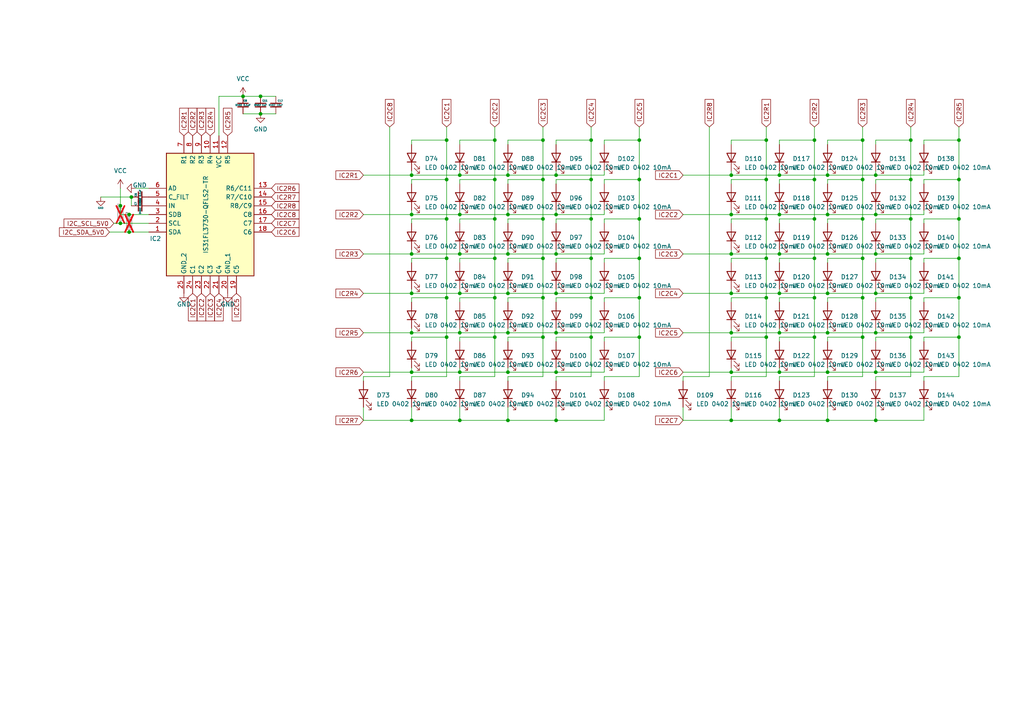
<source format=kicad_sch>
(kicad_sch (version 20231120) (generator "eeschema") (generator_version "8.0")
  (paper "A4")
  (junction (at 240.03 50.8))
  (junction (at 147.32 73.66))
  (junction (at 236.22 74.93))
  (junction (at 34.925 59.69))
  (junction (at 226.06 96.52))
  (junction (at 75.565 27.94))
  (junction (at 254 62.23))
  (junction (at 240.03 85.09))
  (junction (at 161.29 73.66))
  (junction (at 278.13 74.93))
  (junction (at 240.03 121.92))
  (junction (at 236.22 40.64))
  (junction (at 278.13 63.5))
  (junction (at 254 96.52))
  (junction (at 254 73.66))
  (junction (at 226.06 121.92))
  (junction (at 185.42 86.36))
  (junction (at 161.29 107.95))
  (junction (at 264.16 97.79))
  (junction (at 37.465 62.23))
  (junction (at 129.54 74.93))
  (junction (at 185.42 52.07))
  (junction (at 212.09 50.8))
  (junction (at 250.19 86.36))
  (junction (at 133.35 107.95))
  (junction (at 222.25 40.64))
  (junction (at 185.42 63.5))
  (junction (at 226.06 85.09))
  (junction (at 254 107.95))
  (junction (at 157.48 74.93))
  (junction (at 212.09 96.52))
  (junction (at 161.29 85.09))
  (junction (at 226.06 73.66))
  (junction (at 212.09 121.92))
  (junction (at 250.19 52.07))
  (junction (at 254 50.8))
  (junction (at 143.51 97.79))
  (junction (at 254 85.09))
  (junction (at 119.38 121.92))
  (junction (at 250.19 74.93))
  (junction (at 119.38 50.8))
  (junction (at 129.54 97.79))
  (junction (at 278.13 97.79))
  (junction (at 70.485 27.94))
  (junction (at 254 121.92))
  (junction (at 143.51 63.5))
  (junction (at 119.38 96.52))
  (junction (at 129.54 63.5))
  (junction (at 119.38 62.23))
  (junction (at 226.06 62.23))
  (junction (at 119.38 107.95))
  (junction (at 133.35 73.66))
  (junction (at 129.54 40.64))
  (junction (at 157.48 63.5))
  (junction (at 147.32 85.09))
  (junction (at 161.29 50.8))
  (junction (at 147.32 121.92))
  (junction (at 37.465 67.31))
  (junction (at 236.22 86.36))
  (junction (at 185.42 40.64))
  (junction (at 264.16 63.5))
  (junction (at 240.03 107.95))
  (junction (at 157.48 97.79))
  (junction (at 185.42 97.79))
  (junction (at 171.45 52.07))
  (junction (at 133.35 85.09))
  (junction (at 264.16 86.36))
  (junction (at 212.09 107.95))
  (junction (at 147.32 107.95))
  (junction (at 38.1 57.15))
  (junction (at 236.22 97.79))
  (junction (at 240.03 73.66))
  (junction (at 129.54 86.36))
  (junction (at 278.13 86.36))
  (junction (at 236.22 52.07))
  (junction (at 222.25 52.07))
  (junction (at 147.32 62.23))
  (junction (at 133.35 121.92))
  (junction (at 240.03 62.23))
  (junction (at 212.09 73.66))
  (junction (at 157.48 52.07))
  (junction (at 222.25 86.36))
  (junction (at 161.29 96.52))
  (junction (at 185.42 74.93))
  (junction (at 119.38 73.66))
  (junction (at 157.48 86.36))
  (junction (at 143.51 86.36))
  (junction (at 171.45 63.5))
  (junction (at 222.25 63.5))
  (junction (at 129.54 52.07))
  (junction (at 171.45 74.93))
  (junction (at 171.45 97.79))
  (junction (at 161.29 121.92))
  (junction (at 264.16 40.64))
  (junction (at 147.32 50.8))
  (junction (at 119.38 85.09))
  (junction (at 143.51 74.93))
  (junction (at 250.19 63.5))
  (junction (at 222.25 74.93))
  (junction (at 236.22 63.5))
  (junction (at 212.09 85.09))
  (junction (at 75.565 33.02))
  (junction (at 133.35 50.8))
  (junction (at 250.19 97.79))
  (junction (at 34.925 64.77))
  (junction (at 147.32 96.52))
  (junction (at 264.16 52.07))
  (junction (at 143.51 52.07))
  (junction (at 171.45 86.36))
  (junction (at 143.51 40.64))
  (junction (at 133.35 96.52))
  (junction (at 264.16 74.93))
  (junction (at 226.06 107.95))
  (junction (at 161.29 62.23))
  (junction (at 278.13 40.64))
  (junction (at 226.06 50.8))
  (junction (at 278.13 52.07))
  (junction (at 222.25 97.79))
  (junction (at 240.03 96.52))
  (junction (at 212.09 62.23))
  (junction (at 250.19 40.64))
  (junction (at 157.48 40.64))
  (junction (at 171.45 40.64))
  (junction (at 133.35 62.23))
  (wire (pts (xy 212.09 83.82) (xy 212.09 85.09)))
  (wire (pts (xy 226.06 86.36) (xy 236.22 86.36)))
  (wire (pts (xy 119.38 73.66) (xy 133.35 73.66)))
  (wire (pts (xy 133.35 85.09) (xy 147.32 85.09)))
  (wire (pts (xy 226.06 41.91) (xy 226.06 40.64)))
  (wire (pts (xy 161.29 107.95) (xy 175.26 107.95)))
  (wire (pts (xy 147.32 50.8) (xy 161.29 50.8)))
  (wire (pts (xy 147.32 96.52) (xy 161.29 96.52)))
  (wire (pts (xy 250.19 63.5) (xy 250.19 74.93)))
  (wire (pts (xy 133.35 53.34) (xy 133.35 52.07)))
  (wire (pts (xy 161.29 64.77) (xy 161.29 63.5)))
  (wire (pts (xy 157.48 63.5) (xy 157.48 74.93)))
  (wire (pts (xy 267.97 64.77) (xy 267.97 63.5)))
  (wire (pts (xy 34.925 54.61) (xy 34.925 59.69)))
  (wire (pts (xy 236.22 63.5) (xy 236.22 74.93)))
  (wire (pts (xy 171.45 97.79) (xy 171.45 109.22)))
  (wire (pts (xy 119.38 62.23) (xy 133.35 62.23)))
  (wire (pts (xy 119.38 86.36) (xy 129.54 86.36)))
  (wire (pts (xy 147.32 76.2) (xy 147.32 74.93)))
  (wire (pts (xy 119.38 121.92) (xy 133.35 121.92)))
  (wire (pts (xy 161.29 41.91) (xy 161.29 40.64)))
  (wire (pts (xy 147.32 73.66) (xy 161.29 73.66)))
  (wire (pts (xy 175.26 118.11) (xy 175.26 121.92)))
  (wire (pts (xy 133.35 97.79) (xy 143.51 97.79)))
  (wire (pts (xy 119.38 72.39) (xy 119.38 73.66)))
  (wire (pts (xy 222.25 97.79) (xy 222.25 109.22)))
  (wire (pts (xy 147.32 106.68) (xy 147.32 107.95)))
  (wire (pts (xy 143.51 97.79) (xy 143.51 109.22)))
  (wire (pts (xy 240.03 40.64) (xy 250.19 40.64)))
  (wire (pts (xy 185.42 52.07) (xy 185.42 40.64)))
  (wire (pts (xy 185.42 74.93) (xy 185.42 63.5)))
  (wire (pts (xy 254 60.96) (xy 254 62.23)))
  (wire (pts (xy 212.09 50.8) (xy 226.06 50.8)))
  (wire (pts (xy 250.19 40.64) (xy 250.19 52.07)))
  (wire (pts (xy 267.97 109.22) (xy 278.13 109.22)))
  (wire (pts (xy 212.09 62.23) (xy 226.06 62.23)))
  (wire (pts (xy 161.29 83.82) (xy 161.29 85.09)))
  (wire (pts (xy 212.09 63.5) (xy 222.25 63.5)))
  (wire (pts (xy 267.97 52.07) (xy 278.13 52.07)))
  (wire (pts (xy 185.42 40.64) (xy 185.42 36.83)))
  (wire (pts (xy 254 106.68) (xy 254 107.95)))
  (wire (pts (xy 175.26 41.91) (xy 175.26 40.64)))
  (wire (pts (xy 161.29 63.5) (xy 171.45 63.5)))
  (wire (pts (xy 63.5 39.37) (xy 63.5 27.94)))
  (wire (pts (xy 161.29 87.63) (xy 161.29 86.36)))
  (wire (pts (xy 133.35 73.66) (xy 147.32 73.66)))
  (wire (pts (xy 198.12 50.8) (xy 212.09 50.8)))
  (wire (pts (xy 226.06 106.68) (xy 226.06 107.95)))
  (wire (pts (xy 175.26 107.95) (xy 175.26 106.68)))
  (wire (pts (xy 147.32 95.25) (xy 147.32 96.52)))
  (wire (pts (xy 236.22 40.64) (xy 236.22 52.07)))
  (wire (pts (xy 212.09 86.36) (xy 222.25 86.36)))
  (wire (pts (xy 254 107.95) (xy 267.97 107.95)))
  (wire (pts (xy 133.35 107.95) (xy 147.32 107.95)))
  (wire (pts (xy 212.09 97.79) (xy 222.25 97.79)))
  (wire (pts (xy 157.48 40.64) (xy 157.48 52.07)))
  (wire (pts (xy 226.06 83.82) (xy 226.06 85.09)))
  (wire (pts (xy 226.06 63.5) (xy 236.22 63.5)))
  (wire (pts (xy 205.74 36.83) (xy 205.74 109.22)))
  (wire (pts (xy 31.75 67.31) (xy 37.465 67.31)))
  (wire (pts (xy 254 86.36) (xy 264.16 86.36)))
  (wire (pts (xy 129.54 109.22) (xy 119.38 109.22)))
  (wire (pts (xy 198.12 109.22) (xy 198.12 110.49)))
  (wire (pts (xy 37.465 62.23) (xy 43.18 62.23)))
  (wire (pts (xy 240.03 86.36) (xy 250.19 86.36)))
  (wire (pts (xy 278.13 109.22) (xy 278.13 97.79)))
  (wire (pts (xy 254 52.07) (xy 264.16 52.07)))
  (wire (pts (xy 161.29 72.39) (xy 161.29 73.66)))
  (wire (pts (xy 267.97 63.5) (xy 278.13 63.5)))
  (wire (pts (xy 212.09 76.2) (xy 212.09 74.93)))
  (wire (pts (xy 147.32 118.11) (xy 147.32 121.92)))
  (wire (pts (xy 133.35 95.25) (xy 133.35 96.52)))
  (wire (pts (xy 254 63.5) (xy 264.16 63.5)))
  (wire (pts (xy 264.16 63.5) (xy 264.16 74.93)))
  (wire (pts (xy 240.03 76.2) (xy 240.03 74.93)))
  (wire (pts (xy 175.26 52.07) (xy 185.42 52.07)))
  (wire (pts (xy 267.97 107.95) (xy 267.97 106.68)))
  (wire (pts (xy 212.09 121.92) (xy 226.06 121.92)))
  (wire (pts (xy 264.16 86.36) (xy 264.16 97.79)))
  (wire (pts (xy 198.12 62.23) (xy 212.09 62.23)))
  (wire (pts (xy 212.09 107.95) (xy 226.06 107.95)))
  (wire (pts (xy 254 64.77) (xy 254 63.5)))
  (wire (pts (xy 236.22 52.07) (xy 236.22 63.5)))
  (wire (pts (xy 240.03 99.06) (xy 240.03 97.79)))
  (wire (pts (xy 212.09 87.63) (xy 212.09 86.36)))
  (wire (pts (xy 240.03 85.09) (xy 254 85.09)))
  (wire (pts (xy 147.32 83.82) (xy 147.32 85.09)))
  (wire (pts (xy 240.03 52.07) (xy 250.19 52.07)))
  (wire (pts (xy 198.12 96.52) (xy 212.09 96.52)))
  (wire (pts (xy 267.97 97.79) (xy 278.13 97.79)))
  (wire (pts (xy 143.51 36.83) (xy 143.51 40.64)))
  (wire (pts (xy 119.38 95.25) (xy 119.38 96.52)))
  (wire (pts (xy 119.38 96.52) (xy 133.35 96.52)))
  (wire (pts (xy 119.38 99.06) (xy 119.38 97.79)))
  (wire (pts (xy 226.06 107.95) (xy 240.03 107.95)))
  (wire (pts (xy 133.35 60.96) (xy 133.35 62.23)))
  (wire (pts (xy 147.32 85.09) (xy 161.29 85.09)))
  (wire (pts (xy 264.16 109.22) (xy 254 109.22)))
  (wire (pts (xy 147.32 86.36) (xy 157.48 86.36)))
  (wire (pts (xy 157.48 74.93) (xy 157.48 86.36)))
  (wire (pts (xy 143.51 86.36) (xy 143.51 97.79)))
  (wire (pts (xy 171.45 52.07) (xy 171.45 63.5)))
  (wire (pts (xy 105.41 85.09) (xy 119.38 85.09)))
  (wire (pts (xy 226.06 73.66) (xy 240.03 73.66)))
  (wire (pts (xy 278.13 97.79) (xy 278.13 86.36)))
  (wire (pts (xy 161.29 60.96) (xy 161.29 62.23)))
  (wire (pts (xy 267.97 99.06) (xy 267.97 97.79)))
  (wire (pts (xy 254 40.64) (xy 264.16 40.64)))
  (wire (pts (xy 226.06 40.64) (xy 236.22 40.64)))
  (wire (pts (xy 171.45 109.22) (xy 161.29 109.22)))
  (wire (pts (xy 198.12 73.66) (xy 212.09 73.66)))
  (wire (pts (xy 222.25 109.22) (xy 212.09 109.22)))
  (wire (pts (xy 37.465 67.31) (xy 43.18 67.31)))
  (wire (pts (xy 133.35 106.68) (xy 133.35 107.95)))
  (wire (pts (xy 212.09 96.52) (xy 226.06 96.52)))
  (wire (pts (xy 212.09 53.34) (xy 212.09 52.07)))
  (wire (pts (xy 175.26 63.5) (xy 185.42 63.5)))
  (wire (pts (xy 267.97 74.93) (xy 278.13 74.93)))
  (wire (pts (xy 212.09 106.68) (xy 212.09 107.95)))
  (wire (pts (xy 147.32 60.96) (xy 147.32 62.23)))
  (wire (pts (xy 240.03 53.34) (xy 240.03 52.07)))
  (wire (pts (xy 264.16 40.64) (xy 264.16 52.07)))
  (wire (pts (xy 147.32 63.5) (xy 157.48 63.5)))
  (wire (pts (xy 212.09 74.93) (xy 222.25 74.93)))
  (wire (pts (xy 147.32 87.63) (xy 147.32 86.36)))
  (wire (pts (xy 267.97 118.11) (xy 267.97 121.92)))
  (wire (pts (xy 34.925 64.77) (xy 43.18 64.77)))
  (wire (pts (xy 105.41 109.22) (xy 105.41 110.49)))
  (wire (pts (xy 161.29 96.52) (xy 175.26 96.52)))
  (wire (pts (xy 175.26 86.36) (xy 185.42 86.36)))
  (wire (pts (xy 75.565 33.02) (xy 70.485 33.02)))
  (wire (pts (xy 267.97 96.52) (xy 267.97 95.25)))
  (wire (pts (xy 147.32 40.64) (xy 157.48 40.64)))
  (wire (pts (xy 133.35 118.11) (xy 133.35 121.92)))
  (wire (pts (xy 240.03 97.79) (xy 250.19 97.79)))
  (wire (pts (xy 133.35 64.77) (xy 133.35 63.5)))
  (wire (pts (xy 226.06 64.77) (xy 226.06 63.5)))
  (wire (pts (xy 161.29 95.25) (xy 161.29 96.52)))
  (wire (pts (xy 250.19 74.93) (xy 250.19 86.36)))
  (wire (pts (xy 133.35 62.23) (xy 147.32 62.23)))
  (wire (pts (xy 175.26 62.23) (xy 175.26 60.96)))
  (wire (pts (xy 254 109.22) (xy 254 110.49)))
  (wire (pts (xy 133.35 83.82) (xy 133.35 85.09)))
  (wire (pts (xy 157.48 52.07) (xy 157.48 63.5)))
  (wire (pts (xy 147.32 64.77) (xy 147.32 63.5)))
  (wire (pts (xy 240.03 83.82) (xy 240.03 85.09)))
  (wire (pts (xy 161.29 76.2) (xy 161.29 74.93)))
  (wire (pts (xy 157.48 86.36) (xy 157.48 97.79)))
  (wire (pts (xy 171.45 74.93) (xy 171.45 86.36)))
  (wire (pts (xy 236.22 97.79) (xy 236.22 109.22)))
  (wire (pts (xy 240.03 73.66) (xy 254 73.66)))
  (wire (pts (xy 240.03 106.68) (xy 240.03 107.95)))
  (wire (pts (xy 240.03 60.96) (xy 240.03 62.23)))
  (wire (pts (xy 129.54 36.83) (xy 129.54 40.64)))
  (wire (pts (xy 226.06 62.23) (xy 240.03 62.23)))
  (wire (pts (xy 185.42 86.36) (xy 185.42 74.93)))
  (wire (pts (xy 240.03 62.23) (xy 254 62.23)))
  (wire (pts (xy 129.54 63.5) (xy 129.54 74.93)))
  (wire (pts (xy 236.22 74.93) (xy 236.22 86.36)))
  (wire (pts (xy 198.12 85.09) (xy 212.09 85.09)))
  (wire (pts (xy 161.29 85.09) (xy 175.26 85.09)))
  (wire (pts (xy 161.29 53.34) (xy 161.29 52.07)))
  (wire (pts (xy 250.19 52.07) (xy 250.19 63.5)))
  (wire (pts (xy 119.38 60.96) (xy 119.38 62.23)))
  (wire (pts (xy 147.32 121.92) (xy 161.29 121.92)))
  (wire (pts (xy 240.03 72.39) (xy 240.03 73.66)))
  (wire (pts (xy 143.51 74.93) (xy 143.51 86.36)))
  (wire (pts (xy 161.29 49.53) (xy 161.29 50.8)))
  (wire (pts (xy 119.38 76.2) (xy 119.38 74.93)))
  (wire (pts (xy 226.06 87.63) (xy 226.06 86.36)))
  (wire (pts (xy 105.41 121.92) (xy 105.41 118.11)))
  (wire (pts (xy 240.03 63.5) (xy 250.19 63.5)))
  (wire (pts (xy 236.22 86.36) (xy 236.22 97.79)))
  (wire (pts (xy 161.29 106.68) (xy 161.29 107.95)))
  (wire (pts (xy 226.06 97.79) (xy 236.22 97.79)))
  (wire (pts (xy 133.35 96.52) (xy 147.32 96.52)))
  (wire (pts (xy 143.51 40.64) (xy 143.51 52.07)))
  (wire (pts (xy 119.38 63.5) (xy 129.54 63.5)))
  (wire (pts (xy 38.1 57.15) (xy 29.21 57.15)))
  (wire (pts (xy 119.38 40.64) (xy 129.54 40.64)))
  (wire (pts (xy 133.35 41.91) (xy 133.35 40.64)))
  (wire (pts (xy 113.03 109.22) (xy 105.41 109.22)))
  (wire (pts (xy 105.41 73.66) (xy 119.38 73.66)))
  (wire (pts (xy 226.06 49.53) (xy 226.06 50.8)))
  (wire (pts (xy 147.32 99.06) (xy 147.32 97.79)))
  (wire (pts (xy 147.32 49.53) (xy 147.32 50.8)))
  (wire (pts (xy 264.16 36.83) (xy 264.16 40.64)))
  (wire (pts (xy 250.19 86.36) (xy 250.19 97.79)))
  (wire (pts (xy 161.29 52.07) (xy 171.45 52.07)))
  (wire (pts (xy 240.03 109.22) (xy 240.03 110.49)))
  (wire (pts (xy 226.06 109.22) (xy 226.06 110.49)))
  (wire (pts (xy 105.41 96.52) (xy 119.38 96.52)))
  (wire (pts (xy 254 87.63) (xy 254 86.36)))
  (wire (pts (xy 119.38 41.91) (xy 119.38 40.64)))
  (wire (pts (xy 185.42 63.5) (xy 185.42 52.07)))
  (wire (pts (xy 161.29 121.92) (xy 175.26 121.92)))
  (wire (pts (xy 226.06 96.52) (xy 240.03 96.52)))
  (wire (pts (xy 226.06 76.2) (xy 226.06 74.93)))
  (wire (pts (xy 119.38 83.82) (xy 119.38 85.09)))
  (wire (pts (xy 133.35 52.07) (xy 143.51 52.07)))
  (wire (pts (xy 133.35 109.22) (xy 133.35 110.49)))
  (wire (pts (xy 161.29 86.36) (xy 171.45 86.36)))
  (wire (pts (xy 133.35 63.5) (xy 143.51 63.5)))
  (wire (pts (xy 175.26 85.09) (xy 175.26 83.82)))
  (wire (pts (xy 267.97 86.36) (xy 278.13 86.36)))
  (wire (pts (xy 39.37 54.61) (xy 43.18 54.61)))
  (wire (pts (xy 226.06 52.07) (xy 236.22 52.07)))
  (wire (pts (xy 175.26 109.22) (xy 185.42 109.22)))
  (wire (pts (xy 212.09 85.09) (xy 226.06 85.09)))
  (wire (pts (xy 254 53.34) (xy 254 52.07)))
  (wire (pts (xy 226.06 99.06) (xy 226.06 97.79)))
  (wire (pts (xy 143.51 109.22) (xy 133.35 109.22)))
  (wire (pts (xy 212.09 41.91) (xy 212.09 40.64)))
  (wire (pts (xy 267.97 73.66) (xy 267.97 72.39)))
  (wire (pts (xy 267.97 87.63) (xy 267.97 86.36)))
  (wire (pts (xy 254 50.8) (xy 267.97 50.8)))
  (wire (pts (xy 267.97 53.34) (xy 267.97 52.07)))
  (wire (pts (xy 161.29 50.8) (xy 175.26 50.8)))
  (wire (pts (xy 175.26 97.79) (xy 185.42 97.79)))
  (wire (pts (xy 171.45 86.36) (xy 171.45 97.79)))
  (wire (pts (xy 175.26 50.8) (xy 175.26 49.53)))
  (wire (pts (xy 133.35 121.92) (xy 147.32 121.92)))
  (wire (pts (xy 34.925 59.69) (xy 34.925 62.23)))
  (wire (pts (xy 226.06 74.93) (xy 236.22 74.93)))
  (wire (pts (xy 119.38 50.8) (xy 133.35 50.8)))
  (wire (pts (xy 222.25 40.64) (xy 222.25 52.07)))
  (wire (pts (xy 119.38 64.77) (xy 119.38 63.5)))
  (wire (pts (xy 278.13 52.07) (xy 278.13 40.64)))
  (wire (pts (xy 119.38 107.95) (xy 133.35 107.95)))
  (wire (pts (xy 240.03 121.92) (xy 254 121.92)))
  (wire (pts (xy 212.09 95.25) (xy 212.09 96.52)))
  (wire (pts (xy 175.26 73.66) (xy 175.26 72.39)))
  (wire (pts (xy 161.29 97.79) (xy 171.45 97.79)))
  (wire (pts (xy 119.38 109.22) (xy 119.38 110.49)))
  (wire (pts (xy 147.32 107.95) (xy 161.29 107.95)))
  (wire (pts (xy 278.13 40.64) (xy 278.13 36.83)))
  (wire (pts (xy 267.97 85.09) (xy 267.97 83.82)))
  (wire (pts (xy 226.06 53.34) (xy 226.06 52.07)))
  (wire (pts (xy 157.48 109.22) (xy 147.32 109.22)))
  (wire (pts (xy 212.09 73.66) (xy 226.06 73.66)))
  (wire (pts (xy 254 83.82) (xy 254 85.09)))
  (wire (pts (xy 147.32 74.93) (xy 157.48 74.93)))
  (wire (pts (xy 119.38 106.68) (xy 119.38 107.95)))
  (wire (pts (xy 278.13 63.5) (xy 278.13 52.07)))
  (wire (pts (xy 147.32 53.34) (xy 147.32 52.07)))
  (wire (pts (xy 119.38 87.63) (xy 119.38 86.36)))
  (wire (pts (xy 254 99.06) (xy 254 97.79)))
  (wire (pts (xy 254 85.09) (xy 267.97 85.09)))
  (wire (pts (xy 212.09 49.53) (xy 212.09 50.8)))
  (wire (pts (xy 236.22 36.83) (xy 236.22 40.64)))
  (wire (pts (xy 254 96.52) (xy 267.97 96.52)))
  (wire (pts (xy 143.51 63.5) (xy 143.51 74.93)))
  (wire (pts (xy 171.45 36.83) (xy 171.45 40.64)))
  (wire (pts (xy 254 121.92) (xy 267.97 121.92)))
  (wire (pts (xy 175.26 76.2) (xy 175.26 74.93)))
  (wire (pts (xy 105.41 62.23) (xy 119.38 62.23)))
  (wire (pts (xy 264.16 52.07) (xy 264.16 63.5)))
  (wire (pts (xy 147.32 97.79) (xy 157.48 97.79)))
  (wire (pts (xy 278.13 86.36) (xy 278.13 74.93)))
  (wire (pts (xy 80.01 33.02) (xy 75.565 33.02)))
  (wire (pts (xy 161.29 99.06) (xy 161.29 97.79)))
  (wire (pts (xy 226.06 50.8) (xy 240.03 50.8)))
  (wire (pts (xy 147.32 72.39) (xy 147.32 73.66)))
  (wire (pts (xy 175.26 40.64) (xy 185.42 40.64)))
  (wire (pts (xy 171.45 63.5) (xy 171.45 74.93)))
  (wire (pts (xy 240.03 74.93) (xy 250.19 74.93)))
  (wire (pts (xy 226.06 72.39) (xy 226.06 73.66)))
  (wire (pts (xy 254 74.93) (xy 264.16 74.93)))
  (wire (pts (xy 264.16 74.93) (xy 264.16 86.36)))
  (wire (pts (xy 212.09 40.64) (xy 222.25 40.64)))
  (wire (pts (xy 198.12 107.95) (xy 212.09 107.95)))
  (wire (pts (xy 129.54 52.07) (xy 129.54 63.5)))
  (wire (pts (xy 133.35 40.64) (xy 143.51 40.64)))
  (wire (pts (xy 157.48 36.83) (xy 157.48 40.64)))
  (wire (pts (xy 267.97 62.23) (xy 267.97 60.96)))
  (wire (pts (xy 175.26 96.52) (xy 175.26 95.25)))
  (wire (pts (xy 185.42 109.22) (xy 185.42 97.79)))
  (wire (pts (xy 240.03 95.25) (xy 240.03 96.52)))
  (wire (pts (xy 133.35 76.2) (xy 133.35 74.93)))
  (wire (pts (xy 38.1 57.15) (xy 38.1 59.69)))
  (wire (pts (xy 80.01 27.94) (xy 75.565 27.94)))
  (wire (pts (xy 119.38 85.09) (xy 133.35 85.09)))
  (wire (pts (xy 267.97 50.8) (xy 267.97 49.53)))
  (wire (pts (xy 119.38 49.53) (xy 119.38 50.8)))
  (wire (pts (xy 222.25 52.07) (xy 222.25 63.5)))
  (wire (pts (xy 226.06 121.92) (xy 240.03 121.92)))
  (wire (pts (xy 240.03 118.11) (xy 240.03 121.92)))
  (wire (pts (xy 222.25 63.5) (xy 222.25 74.93)))
  (wire (pts (xy 254 41.91) (xy 254 40.64)))
  (wire (pts (xy 157.48 97.79) (xy 157.48 109.22)))
  (wire (pts (xy 254 62.23) (xy 267.97 62.23)))
  (wire (pts (xy 205.74 109.22) (xy 198.12 109.22)))
  (wire (pts (xy 264.16 97.79) (xy 264.16 109.22)))
  (wire (pts (xy 161.29 109.22) (xy 161.29 110.49)))
  (wire (pts (xy 129.54 86.36) (xy 129.54 97.79)))
  (wire (pts (xy 240.03 50.8) (xy 254 50.8)))
  (wire (pts (xy 133.35 49.53) (xy 133.35 50.8)))
  (wire (pts (xy 222.25 74.93) (xy 222.25 86.36)))
  (wire (pts (xy 267.97 41.91) (xy 267.97 40.64)))
  (wire (pts (xy 175.26 53.34) (xy 175.26 52.07)))
  (wire (pts (xy 267.97 76.2) (xy 267.97 74.93)))
  (wire (pts (xy 143.51 52.07) (xy 143.51 63.5)))
  (wire (pts (xy 254 95.25) (xy 254 96.52)))
  (wire (pts (xy 226.06 118.11) (xy 226.06 121.92)))
  (wire (pts (xy 147.32 52.07) (xy 157.48 52.07)))
  (wire (pts (xy 250.19 97.79) (xy 250.19 109.22)))
  (wire (pts (xy 119.38 97.79) (xy 129.54 97.79)))
  (wire (pts (xy 254 73.66) (xy 267.97 73.66)))
  (wire (pts (xy 119.38 74.93) (xy 129.54 74.93)))
  (wire (pts (xy 119.38 118.11) (xy 119.38 121.92)))
  (wire (pts (xy 212.09 109.22) (xy 212.09 110.49)))
  (wire (pts (xy 198.12 121.92) (xy 212.09 121.92)))
  (wire (pts (xy 222.25 86.36) (xy 222.25 97.79)))
  (wire (pts (xy 278.13 74.93) (xy 278.13 63.5)))
  (wire (pts (xy 129.54 74.93) (xy 129.54 86.36)))
  (wire (pts (xy 129.54 97.79) (xy 129.54 109.22)))
  (wire (pts (xy 240.03 64.77) (xy 240.03 63.5)))
  (wire (pts (xy 33.02 64.77) (xy 34.925 64.77)))
  (wire (pts (xy 185.42 97.79) (xy 185.42 86.36)))
  (wire (pts (xy 129.54 40.64) (xy 129.54 52.07)))
  (wire (pts (xy 161.29 74.93) (xy 171.45 74.93)))
  (wire (pts (xy 212.09 72.39) (xy 212.09 73.66)))
  (wire (pts (xy 105.41 107.95) (xy 119.38 107.95)))
  (wire (pts (xy 133.35 72.39) (xy 133.35 73.66)))
  (wire (pts (xy 236.22 109.22) (xy 226.06 109.22)))
  (wire (pts (xy 147.32 62.23) (xy 161.29 62.23)))
  (wire (pts (xy 105.41 121.92) (xy 119.38 121.92)))
  (wire (pts (xy 119.38 53.34) (xy 119.38 52.07)))
  (wire (pts (xy 147.32 41.91) (xy 147.32 40.64)))
  (wire (pts (xy 267.97 40.64) (xy 278.13 40.64)))
  (wire (pts (xy 240.03 49.53) (xy 240.03 50.8)))
  (wire (pts (xy 254 97.79) (xy 264.16 97.79)))
  (wire (pts (xy 175.26 87.63) (xy 175.26 86.36)))
  (wire (pts (xy 212.09 60.96) (xy 212.09 62.23)))
  (wire (pts (xy 226.06 85.09) (xy 240.03 85.09)))
  (wire (pts (xy 147.32 109.22) (xy 147.32 110.49)))
  (wire (pts (xy 240.03 87.63) (xy 240.03 86.36)))
  (wire (pts (xy 254 72.39) (xy 254 73.66)))
  (wire (pts (xy 70.485 27.94) (xy 63.5 27.94)))
  (wire (pts (xy 254 76.2) (xy 254 74.93)))
  (wire (pts (xy 161.29 40.64) (xy 171.45 40.64)))
  (wire (pts (xy 161.29 73.66) (xy 175.26 73.66)))
  (wire (pts (xy 212.09 118.11) (xy 212.09 121.92)))
  (wire (pts (xy 212.09 52.07) (xy 222.25 52.07)))
  (wire (pts (xy 240.03 96.52) (xy 254 96.52)))
  (wire (pts (xy 198.12 121.92) (xy 198.12 118.11)))
  (wire (pts (xy 171.45 40.64) (xy 171.45 52.07)))
  (wire (pts (xy 34.925 62.23) (xy 37.465 62.23)))
  (wire (pts (xy 161.29 118.11) (xy 161.29 121.92)))
  (wire (pts (xy 175.26 109.22) (xy 175.26 110.49)))
  (wire (pts (xy 240.03 41.91) (xy 240.03 40.64)))
  (wire (pts (xy 212.09 99.06) (xy 212.09 97.79)))
  (wire (pts (xy 250.19 36.83) (xy 250.19 40.64)))
  (wire (pts (xy 212.09 64.77) (xy 212.09 63.5)))
  (wire (pts (xy 133.35 50.8) (xy 147.32 50.8)))
  (wire (pts (xy 119.38 52.07) (xy 129.54 52.07)))
  (wire (pts (xy 250.19 109.22) (xy 240.03 109.22)))
  (wire (pts (xy 254 118.11) (xy 254 121.92)))
  (wire (pts (xy 175.26 64.77) (xy 175.26 63.5)))
  (wire (pts (xy 105.41 50.8) (xy 119.38 50.8)))
  (wire (pts (xy 75.565 27.94) (xy 70.485 27.94)))
  (wire (pts (xy 161.29 62.23) (xy 175.26 62.23)))
  (wire (pts (xy 133.35 87.63) (xy 133.35 86.36)))
  (wire (pts (xy 133.35 74.93) (xy 143.51 74.93)))
  (wire (pts (xy 254 49.53) (xy 254 50.8)))
  (wire (pts (xy 267.97 109.22) (xy 267.97 110.49)))
  (wire (pts (xy 226.06 95.25) (xy 226.06 96.52)))
  (wire (pts (xy 113.03 36.83) (xy 113.03 109.22)))
  (wire (pts (xy 240.03 107.95) (xy 254 107.95)))
  (wire (pts (xy 222.25 36.83) (xy 222.25 40.64)))
  (wire (pts (xy 133.35 99.06) (xy 133.35 97.79)))
  (wire (pts (xy 175.26 99.06) (xy 175.26 97.79)))
  (wire (pts (xy 133.35 86.36) (xy 143.51 86.36)))
  (wire (pts (xy 226.06 60.96) (xy 226.06 62.23)))
  (wire (pts (xy 175.26 74.93) (xy 185.42 74.93)))
  (global_label "IC2R4" (shape input) (at 105.41 85.09 180) (property "Intersheetrefs" "${INTERSHEET_REFS}" (effects (hide yes))))
  (global_label "IC2R3" (shape input) (at 58.42 39.37 90) (property "Intersheetrefs" "${INTERSHEET_REFS}" (effects (hide yes))))
  (global_label "IC2R4" (shape input) (at 60.96 39.37 90) (property "Intersheetrefs" "${INTERSHEET_REFS}" (effects (hide yes))))
  (global_label "IC2R2" (shape input) (at 105.41 62.23 180) (property "Intersheetrefs" "${INTERSHEET_REFS}" (effects (hide yes))))
  (global_label "I2C_SCL_5V0" (shape input) (at 33.02 64.77 180) (property "Intersheetrefs" "${INTERSHEET_REFS}" (effects (hide yes))))
  (global_label "IC2R5" (shape input) (at 66.04 39.37 90) (property "Intersheetrefs" "${INTERSHEET_REFS}" (effects (hide yes))))
  (global_label "IC2C4" (shape input) (at 63.5 85.09 270) (property "Intersheetrefs" "${INTERSHEET_REFS}" (effects (hide yes))))
  (global_label "IC2C7" (shape input) (at 198.12 121.92 180) (property "Intersheetrefs" "${INTERSHEET_REFS}" (effects (hide yes))))
  (global_label "IC2R7" (shape input) (at 78.74 57.15 0) (property "Intersheetrefs" "${INTERSHEET_REFS}" (effects (hide yes))))
  (global_label "IC2C3" (shape input) (at 198.12 73.66 180) (property "Intersheetrefs" "${INTERSHEET_REFS}" (effects (hide yes))))
  (global_label "IC2R6" (shape input) (at 78.74 54.61 0) (property "Intersheetrefs" "${INTERSHEET_REFS}" (effects (hide yes))))
  (global_label "IC2C6" (shape input) (at 78.74 67.31 0) (property "Intersheetrefs" "${INTERSHEET_REFS}" (effects (hide yes))))
  (global_label "IC2C3" (shape input) (at 60.96 85.09 270) (property "Intersheetrefs" "${INTERSHEET_REFS}" (effects (hide yes))))
  (global_label "I2C_SDA_5V0" (shape input) (at 31.75 67.31 180) (property "Intersheetrefs" "${INTERSHEET_REFS}" (effects (hide yes))))
  (global_label "IC2C2" (shape input) (at 58.42 85.09 270) (property "Intersheetrefs" "${INTERSHEET_REFS}" (effects (hide yes))))
  (global_label "IC2R8" (shape input) (at 205.74 36.83 90) (property "Intersheetrefs" "${INTERSHEET_REFS}" (effects (hide yes))))
  (global_label "IC2C8" (shape input) (at 113.03 36.83 90) (property "Intersheetrefs" "${INTERSHEET_REFS}" (effects (hide yes))))
  (global_label "IC2C3" (shape input) (at 157.48 36.83 90) (property "Intersheetrefs" "${INTERSHEET_REFS}" (effects (hide yes))))
  (global_label "IC2C2" (shape input) (at 143.51 36.83 90) (property "Intersheetrefs" "${INTERSHEET_REFS}" (effects (hide yes))))
  (global_label "IC2C2" (shape input) (at 198.12 62.23 180) (property "Intersheetrefs" "${INTERSHEET_REFS}" (effects (hide yes))))
  (global_label "IC2C5" (shape input) (at 68.58 85.09 270) (property "Intersheetrefs" "${INTERSHEET_REFS}" (effects (hide yes))))
  (global_label "IC2R5" (shape input) (at 278.13 36.83 90) (property "Intersheetrefs" "${INTERSHEET_REFS}" (effects (hide yes))))
  (global_label "IC2C5" (shape input) (at 198.12 96.52 180) (property "Intersheetrefs" "${INTERSHEET_REFS}" (effects (hide yes))))
  (global_label "IC2R4" (shape input) (at 264.16 36.83 90) (property "Intersheetrefs" "${INTERSHEET_REFS}" (effects (hide yes))))
  (global_label "IC2C4" (shape input) (at 198.12 85.09 180) (property "Intersheetrefs" "${INTERSHEET_REFS}" (effects (hide yes))))
  (global_label "IC2C8" (shape input) (at 78.74 62.23 0) (property "Intersheetrefs" "${INTERSHEET_REFS}" (effects (hide yes))))
  (global_label "IC2C1" (shape input) (at 55.88 85.09 270) (property "Intersheetrefs" "${INTERSHEET_REFS}" (effects (hide yes))))
  (global_label "IC2R1" (shape input) (at 222.25 36.83 90) (property "Intersheetrefs" "${INTERSHEET_REFS}" (effects (hide yes))))
  (global_label "IC2C1" (shape input) (at 129.54 36.83 90) (property "Intersheetrefs" "${INTERSHEET_REFS}" (effects (hide yes))))
  (global_label "IC2C1" (shape input) (at 198.12 50.8 180) (property "Intersheetrefs" "${INTERSHEET_REFS}" (effects (hide yes))))
  (global_label "IC2R8" (shape input) (at 78.74 59.69 0) (property "Intersheetrefs" "${INTERSHEET_REFS}" (effects (hide yes))))
  (global_label "IC2C4" (shape input) (at 171.45 36.83 90) (property "Intersheetrefs" "${INTERSHEET_REFS}" (effects (hide yes))))
  (global_label "IC2R6" (shape input) (at 105.41 107.95 180) (property "Intersheetrefs" "${INTERSHEET_REFS}" (effects (hide yes))))
  (global_label "IC2R2" (shape input) (at 236.22 36.83 90) (property "Intersheetrefs" "${INTERSHEET_REFS}" (effects (hide yes))))
  (global_label "IC2R3" (shape input) (at 250.19 36.83 90) (property "Intersheetrefs" "${INTERSHEET_REFS}" (effects (hide yes))))
  (global_label "IC2R5" (shape input) (at 105.41 96.52 180) (property "Intersheetrefs" "${INTERSHEET_REFS}" (effects (hide yes))))
  (global_label "IC2C5" (shape input) (at 185.42 36.83 90) (property "Intersheetrefs" "${INTERSHEET_REFS}" (effects (hide yes))))
  (global_label "IC2R2" (shape input) (at 55.88 39.37 90) (property "Intersheetrefs" "${INTERSHEET_REFS}" (effects (hide yes))))
  (global_label "IC2R3" (shape input) (at 105.41 73.66 180) (property "Intersheetrefs" "${INTERSHEET_REFS}" (effects (hide yes))))
  (global_label "IC2C7" (shape input) (at 78.74 64.77 0) (property "Intersheetrefs" "${INTERSHEET_REFS}" (effects (hide yes))))
  (global_label "IC2R7" (shape input) (at 105.41 121.92 180) (property "Intersheetrefs" "${INTERSHEET_REFS}" (effects (hide yes))))
  (global_label "IC2R1" (shape input) (at 105.41 50.8 180) (property "Intersheetrefs" "${INTERSHEET_REFS}" (effects (hide yes))))
  (global_label "IC2C6" (shape input) (at 198.12 107.95 180) (property "Intersheetrefs" "${INTERSHEET_REFS}" (effects (hide yes))))
  (global_label "IC2R1" (shape input) (at 53.34 39.37 90) (property "Intersheetrefs" "${INTERSHEET_REFS}" (effects (hide yes))))
  (symbol (lib_id "power:GND") (at 66.04 85.09 0) (mirror y) (unit 1)
    (property "Reference" "#PWR012" (effects (hide yes)))
    (property "Value" "GND" (at 66.04 88.265 0))
  )
  (symbol (lib_id "Device:LED") (at 161.29 102.87 90) (unit 1)
    (property "Reference" "D100" (at 165.1 103.1875 90) (effects (justify right)))
    (property "Value" "LED 0402 10mA" (at 165.1 105.7275 90) (effects (justify right)))
    (property "Footprint" "LED_SMD:LED_0402_1005Metric" (effects (hide yes)))
  )
  (symbol (lib_id "Device:LED") (at 133.35 114.3 90) (unit 1)
    (property "Reference" "D87" (at 137.16 114.6175 90) (effects (justify right)))
    (property "Value" "LED 0402 10mA" (at 137.16 117.1575 90) (effects (justify right)))
    (property "Footprint" "LED_SMD:LED_0402_1005Metric" (effects (hide yes)))
  )
  (symbol (lib_id "Device:LED") (at 147.32 102.87 90) (unit 1)
    (property "Reference" "D93" (at 151.13 103.1875 90) (effects (justify right)))
    (property "Value" "LED 0402 10mA" (at 151.13 105.7275 90) (effects (justify right)))
    (property "Footprint" "LED_SMD:LED_0402_1005Metric" (effects (hide yes)))
  )
  (symbol (lib_id "Device:LED") (at 226.06 57.15 90) (unit 1)
    (property "Reference" "D118" (at 229.87 57.4675 90) (effects (justify right)))
    (property "Value" "LED 0402 10mA" (at 229.87 60.0075 90) (effects (justify right)))
    (property "Footprint" "LED_SMD:LED_0402_1005Metric" (effects (hide yes)))
  )
  (symbol (lib_id "Device:LED") (at 198.12 114.3 90) (unit 1)
    (property "Reference" "D109" (at 201.93 114.6175 90) (effects (justify right)))
    (property "Value" "LED 0402 10mA" (at 201.93 117.1575 90) (effects (justify right)))
    (property "Footprint" "LED_SMD:LED_0402_1005Metric" (effects (hide yes)))
  )
  (symbol (lib_id "Device:LED") (at 212.09 68.58 90) (unit 1)
    (property "Reference" "D112" (at 215.9 68.8975 90) (effects (justify right)))
    (property "Value" "LED 0402 10mA" (at 215.9 71.4375 90) (effects (justify right)))
    (property "Footprint" "LED_SMD:LED_0402_1005Metric" (effects (hide yes)))
  )
  (symbol (lib_id "Device:LED") (at 175.26 114.3 90) (unit 1)
    (property "Reference" "D108" (at 179.07 114.6175 90) (effects (justify right)))
    (property "Value" "LED 0402 10mA" (at 179.07 117.1575 90) (effects (justify right)))
    (property "Footprint" "LED_SMD:LED_0402_1005Metric" (effects (hide yes)))
  )
  (symbol (lib_id "Device:LED") (at 240.03 80.01 90) (unit 1)
    (property "Reference" "D127" (at 243.84 80.3275 90) (effects (justify right)))
    (property "Value" "LED 0402 10mA" (at 243.84 82.8675 90) (effects (justify right)))
    (property "Footprint" "LED_SMD:LED_0402_1005Metric" (effects (hide yes)))
  )
  (symbol (lib_id "Device:LED") (at 119.38 114.3 90) (unit 1)
    (property "Reference" "D80" (at 123.19 114.6175 90) (effects (justify right)))
    (property "Value" "LED 0402 10mA" (at 123.19 117.1575 90) (effects (justify right)))
    (property "Footprint" "LED_SMD:LED_0402_1005Metric" (effects (hide yes)))
  )
  (symbol (lib_id "Device:LED") (at 175.26 68.58 90) (unit 1)
    (property "Reference" "D104" (at 179.07 68.8975 90) (effects (justify right)))
    (property "Value" "LED 0402 10mA" (at 179.07 71.4375 90) (effects (justify right)))
    (property "Footprint" "LED_SMD:LED_0402_1005Metric" (effects (hide yes)))
  )
  (symbol (lib_id "Device:LED") (at 133.35 80.01 90) (unit 1)
    (property "Reference" "D84" (at 137.16 80.3275 90) (effects (justify right)))
    (property "Value" "LED 0402 10mA" (at 137.16 82.8675 90) (effects (justify right)))
    (property "Footprint" "LED_SMD:LED_0402_1005Metric" (effects (hide yes)))
  )
  (symbol (lib_id "Device:LED") (at 212.09 91.44 90) (unit 1)
    (property "Reference" "D114" (at 215.9 91.7575 90) (effects (justify right)))
    (property "Value" "LED 0402 10mA" (at 215.9 94.2975 90) (effects (justify right)))
    (property "Footprint" "LED_SMD:LED_0402_1005Metric" (effects (hide yes)))
  )
  (symbol (lib_id "Device:LED") (at 240.03 91.44 90) (unit 1)
    (property "Reference" "D128" (at 243.84 91.7575 90) (effects (justify right)))
    (property "Value" "LED 0402 10mA" (at 243.84 94.2975 90) (effects (justify right)))
    (property "Footprint" "LED_SMD:LED_0402_1005Metric" (effects (hide yes)))
  )
  (symbol (lib_id "power:GND") (at 39.37 54.61 270) (unit 1)
    (property "Reference" "#PWR010" (effects (hide yes)))
    (property "Value" "GND" (at 38.481 53.721 90) (effects (justify left)))
  )
  (symbol (lib_id "Device:LED") (at 226.06 91.44 90) (unit 1)
    (property "Reference" "D121" (at 229.87 91.7575 90) (effects (justify right)))
    (property "Value" "LED 0402 10mA" (at 229.87 94.2975 90) (effects (justify right)))
    (property "Footprint" "LED_SMD:LED_0402_1005Metric" (effects (hide yes)))
  )
  (symbol (lib_id "Device:C_Small") (at 80.01 30.48 0) (unit 1)
    (property "Reference" "C12" (at 81.28 29.21 0) (effects (font (size 0.5 0.5))))
    (property "Value" "0402 10uF" (at 80.01 30.48 0) (effects (font (size 0.5 0.5))))
    (property "Footprint" "Capacitor_SMD:C_0402_1005Metric" (effects (hide yes)))
  )
  (symbol (lib_id "Device:LED") (at 175.26 45.72 90) (unit 1)
    (property "Reference" "D102" (at 179.07 46.0375 90) (effects (justify right)))
    (property "Value" "LED 0402 10mA" (at 179.07 48.5775 90) (effects (justify right)))
    (property "Footprint" "LED_SMD:LED_0402_1005Metric" (effects (hide yes)))
  )
  (symbol (lib_id "Device:LED") (at 226.06 45.72 90) (unit 1)
    (property "Reference" "D117" (at 229.87 46.0375 90) (effects (justify right)))
    (property "Value" "LED 0402 10mA" (at 229.87 48.5775 90) (effects (justify right)))
    (property "Footprint" "LED_SMD:LED_0402_1005Metric" (effects (hide yes)))
  )
  (symbol (lib_id "Device:LED") (at 133.35 68.58 90) (unit 1)
    (property "Reference" "D83" (at 137.16 68.8975 90) (effects (justify right)))
    (property "Value" "LED 0402 10mA" (at 137.16 71.4375 90) (effects (justify right)))
    (property "Footprint" "LED_SMD:LED_0402_1005Metric" (effects (hide yes)))
  )
  (symbol (lib_id "power:GND") (at 53.34 85.09 0) (mirror y) (unit 1)
    (property "Reference" "#PWR011" (effects (hide yes)))
    (property "Value" "GND" (at 53.34 88.265 0))
  )
  (symbol (lib_id "Device:LED") (at 119.38 57.15 90) (unit 1)
    (property "Reference" "D75" (at 123.19 57.4675 90) (effects (justify right)))
    (property "Value" "LED 0402 10mA" (at 123.19 60.0075 90) (effects (justify right)))
    (property "Footprint" "LED_SMD:LED_0402_1005Metric" (effects (hide yes)))
  )
  (symbol (lib_id "Device:LED") (at 175.26 102.87 90) (unit 1)
    (property "Reference" "D107" (at 179.07 103.1875 90) (effects (justify right)))
    (property "Value" "LED 0402 10mA" (at 179.07 105.7275 90) (effects (justify right)))
    (property "Footprint" "LED_SMD:LED_0402_1005Metric" (effects (hide yes)))
  )
  (symbol (lib_id "power:GND") (at 75.565 33.02 0) (unit 1)
    (property "Reference" "#PWR014" (effects (hide yes)))
    (property "Value" "GND" (at 75.565 37.465 0))
  )
  (symbol (lib_id "Device:LED") (at 147.32 57.15 90) (unit 1)
    (property "Reference" "D89" (at 151.13 57.4675 90) (effects (justify right)))
    (property "Value" "LED 0402 10mA" (at 151.13 60.0075 90) (effects (justify right)))
    (property "Footprint" "LED_SMD:LED_0402_1005Metric" (effects (hide yes)))
  )
  (symbol (lib_id "Device:LED") (at 212.09 80.01 90) (unit 1)
    (property "Reference" "D113" (at 215.9 80.3275 90) (effects (justify right)))
    (property "Value" "LED 0402 10mA" (at 215.9 82.8675 90) (effects (justify right)))
    (property "Footprint" "LED_SMD:LED_0402_1005Metric" (effects (hide yes)))
  )
  (symbol (lib_id "Device:LED") (at 161.29 45.72 90) (unit 1)
    (property "Reference" "D95" (at 165.1 46.0375 90) (effects (justify right)))
    (property "Value" "LED 0402 10mA" (at 165.1 48.5775 90) (effects (justify right)))
    (property "Footprint" "LED_SMD:LED_0402_1005Metric" (effects (hide yes)))
  )
  (symbol (lib_id "Device:LED") (at 147.32 68.58 90) (unit 1)
    (property "Reference" "D90" (at 151.13 68.8975 90) (effects (justify right)))
    (property "Value" "LED 0402 10mA" (at 151.13 71.4375 90) (effects (justify right)))
    (property "Footprint" "LED_SMD:LED_0402_1005Metric" (effects (hide yes)))
  )
  (symbol (lib_id "Device:LED") (at 267.97 114.3 90) (unit 1)
    (property "Reference" "D144" (at 271.78 114.6175 90) (effects (justify right)))
    (property "Value" "LED 0402 10mA" (at 271.78 117.1575 90) (effects (justify right)))
    (property "Footprint" "LED_SMD:LED_0402_1005Metric" (effects (hide yes)))
  )
  (symbol (lib_id "Device:LED") (at 240.03 102.87 90) (unit 1)
    (property "Reference" "D129" (at 243.84 103.1875 90) (effects (justify right)))
    (property "Value" "LED 0402 10mA" (at 243.84 105.7275 90) (effects (justify right)))
    (property "Footprint" "LED_SMD:LED_0402_1005Metric" (effects (hide yes)))
  )
  (symbol (lib_id "Device:LED") (at 254 91.44 90) (unit 1)
    (property "Reference" "D135" (at 257.81 91.7575 90) (effects (justify right)))
    (property "Value" "LED 0402 10mA" (at 257.81 94.2975 90) (effects (justify right)))
    (property "Footprint" "LED_SMD:LED_0402_1005Metric" (effects (hide yes)))
  )
  (symbol (lib_id "Device:LED") (at 119.38 91.44 90) (unit 1)
    (property "Reference" "D78" (at 123.19 91.7575 90) (effects (justify right)))
    (property "Value" "LED 0402 10mA" (at 123.19 94.2975 90) (effects (justify right)))
    (property "Footprint" "LED_SMD:LED_0402_1005Metric" (effects (hide yes)))
  )
  (symbol (lib_id "Device:LED") (at 147.32 45.72 90) (unit 1)
    (property "Reference" "D88" (at 151.13 46.0375 90) (effects (justify right)))
    (property "Value" "LED 0402 10mA" (at 151.13 48.5775 90) (effects (justify right)))
    (property "Footprint" "LED_SMD:LED_0402_1005Metric" (effects (hide yes)))
  )
  (symbol (lib_id "Device:LED") (at 254 45.72 90) (unit 1)
    (property "Reference" "D131" (at 257.81 46.0375 90) (effects (justify right)))
    (property "Value" "LED 0402 10mA" (at 257.81 48.5775 90) (effects (justify right)))
    (property "Footprint" "LED_SMD:LED_0402_1005Metric" (effects (hide yes)))
  )
  (symbol (lib_id "Device:LED") (at 240.03 114.3 90) (unit 1)
    (property "Reference" "D130" (at 243.84 114.6175 90) (effects (justify right)))
    (property "Value" "LED 0402 10mA" (at 243.84 117.1575 90) (effects (justify right)))
    (property "Footprint" "LED_SMD:LED_0402_1005Metric" (effects (hide yes)))
  )
  (symbol (lib_id "Device:LED") (at 226.06 114.3 90) (unit 1)
    (property "Reference" "D123" (at 229.87 114.6175 90) (effects (justify right)))
    (property "Value" "LED 0402 10mA" (at 229.87 117.1575 90) (effects (justify right)))
    (property "Footprint" "LED_SMD:LED_0402_1005Metric" (effects (hide yes)))
  )
  (symbol (lib_id "Device:R_Small") (at 37.465 64.77 180) (unit 1) (on_board no) (dnp yes)
    (property "Reference" "R12" (at 36.83 62.23 90) (effects (font (size 0.5 0.5))))
    (property "Value" "10K 0402" (at 37.465 64.77 90) (effects (font (size 0.4 0.4))))
    (property "Footprint" "Resistor_SMD:R_0402_1005Metric" (effects (hide yes)))
  )
  (symbol (lib_id "Device:LED") (at 267.97 45.72 90) (unit 1)
    (property "Reference" "D138" (at 271.78 46.0375 90) (effects (justify right)))
    (property "Value" "LED 0402 10mA" (at 271.78 48.5775 90) (effects (justify right)))
    (property "Footprint" "LED_SMD:LED_0402_1005Metric" (effects (hide yes)))
  )
  (symbol (lib_id "power:VCC") (at 70.485 27.94 0) (unit 1)
    (property "Reference" "#PWR013" (effects (hide yes)))
    (property "Value" "VCC" (at 70.485 22.86 0))
  )
  (symbol (lib_id "Device:LED") (at 105.41 114.3 90) (unit 1)
    (property "Reference" "D73" (at 109.22 114.6175 90) (effects (justify right)))
    (property "Value" "LED 0402 10mA" (at 109.22 117.1575 90) (effects (justify right)))
    (property "Footprint" "LED_SMD:LED_0402_1005Metric" (effects (hide yes)))
  )
  (symbol (lib_id "Device:C_Small") (at 40.64 59.69 90) (unit 1)
    (property "Reference" "C7" (at 39.37 59.055 0) (effects (font (size 0.5 0.5))))
    (property "Value" "0402 0.22uF" (at 40.64 59.69 0) (effects (font (size 0.5 0.5))))
    (property "Footprint" "Capacitor_SMD:C_0402_1005Metric" (effects (hide yes)))
  )
  (symbol (lib_id "Device:LED") (at 119.38 102.87 90) (unit 1)
    (property "Reference" "D79" (at 123.19 103.1875 90) (effects (justify right)))
    (property "Value" "LED 0402 10mA" (at 123.19 105.7275 90) (effects (justify right)))
    (property "Footprint" "LED_SMD:LED_0402_1005Metric" (effects (hide yes)))
  )
  (symbol (lib_id "Device:C_Small") (at 75.565 30.48 0) (unit 1)
    (property "Reference" "C11" (at 76.835 29.21 0) (effects (font (size 0.5 0.5))))
    (property "Value" "0402 1uF" (at 75.565 30.48 0) (effects (font (size 0.5 0.5))))
    (property "Footprint" "Capacitor_SMD:C_0402_1005Metric" (effects (hide yes)))
  )
  (symbol (lib_id "Device:LED") (at 240.03 57.15 90) (unit 1)
    (property "Reference" "D125" (at 243.84 57.4675 90) (effects (justify right)))
    (property "Value" "LED 0402 10mA" (at 243.84 60.0075 90) (effects (justify right)))
    (property "Footprint" "LED_SMD:LED_0402_1005Metric" (effects (hide yes)))
  )
  (symbol (lib_id "power:VCC") (at 34.925 54.61 0) (unit 1)
    (property "Reference" "#PWR09" (effects (hide yes)))
    (property "Value" "VCC" (at 34.925 49.53 0))
  )
  (symbol (lib_id "Device:LED") (at 133.35 57.15 90) (unit 1)
    (property "Reference" "D82" (at 137.16 57.4675 90) (effects (justify right)))
    (property "Value" "LED 0402 10mA" (at 137.16 60.0075 90) (effects (justify right)))
    (property "Footprint" "LED_SMD:LED_0402_1005Metric" (effects (hide yes)))
  )
  (symbol (lib_id "Device:LED") (at 147.32 114.3 90) (unit 1)
    (property "Reference" "D94" (at 151.13 114.6175 90) (effects (justify right)))
    (property "Value" "LED 0402 10mA" (at 151.13 117.1575 90) (effects (justify right)))
    (property "Footprint" "LED_SMD:LED_0402_1005Metric" (effects (hide yes)))
  )
  (symbol (lib_id "Device:LED") (at 254 114.3 90) (unit 1)
    (property "Reference" "D137" (at 257.81 114.6175 90) (effects (justify right)))
    (property "Value" "LED 0402 10mA" (at 257.81 117.1575 90) (effects (justify right)))
    (property "Footprint" "LED_SMD:LED_0402_1005Metric" (effects (hide yes)))
  )
  (symbol (lib_id "Device:LED") (at 226.06 102.87 90) (unit 1)
    (property "Reference" "D122" (at 229.87 103.1875 90) (effects (justify right)))
    (property "Value" "LED 0402 10mA" (at 229.87 105.7275 90) (effects (justify right)))
    (property "Footprint" "LED_SMD:LED_0402_1005Metric" (effects (hide yes)))
  )
  (symbol (lib_id "Device:LED") (at 212.09 114.3 90) (unit 1)
    (property "Reference" "D116" (at 215.9 114.6175 90) (effects (justify right)))
    (property "Value" "LED 0402 10mA" (at 215.9 117.1575 90) (effects (justify right)))
    (property "Footprint" "LED_SMD:LED_0402_1005Metric" (effects (hide yes)))
  )
  (symbol (lib_id "Device:LED") (at 119.38 80.01 90) (unit 1)
    (property "Reference" "D77" (at 123.19 80.3275 90) (effects (justify right)))
    (property "Value" "LED 0402 10mA" (at 123.19 82.8675 90) (effects (justify right)))
    (property "Footprint" "LED_SMD:LED_0402_1005Metric" (effects (hide yes)))
  )
  (symbol (lib_id "Device:LED") (at 212.09 57.15 90) (unit 1)
    (property "Reference" "D111" (at 215.9 57.4675 90) (effects (justify right)))
    (property "Value" "LED 0402 10mA" (at 215.9 60.0075 90) (effects (justify right)))
    (property "Footprint" "LED_SMD:LED_0402_1005Metric" (effects (hide yes)))
  )
  (symbol (lib_id "Device:LED") (at 133.35 91.44 90) (unit 1)
    (property "Reference" "D85" (at 137.16 91.7575 90) (effects (justify right)))
    (property "Value" "LED 0402 10mA" (at 137.16 94.2975 90) (effects (justify right)))
    (property "Footprint" "LED_SMD:LED_0402_1005Metric" (effects (hide yes)))
  )
  (symbol (lib_id "Device:LED") (at 267.97 80.01 90) (unit 1)
    (property "Reference" "D141" (at 271.78 80.3275 90) (effects (justify right)))
    (property "Value" "LED 0402 10mA" (at 271.78 82.8675 90) (effects (justify right)))
    (property "Footprint" "LED_SMD:LED_0402_1005Metric" (effects (hide yes)))
  )
  (symbol (lib_id "Device:LED") (at 226.06 80.01 90) (unit 1)
    (property "Reference" "D120" (at 229.87 80.3275 90) (effects (justify right)))
    (property "Value" "LED 0402 10mA" (at 229.87 82.8675 90) (effects (justify right)))
    (property "Footprint" "LED_SMD:LED_0402_1005Metric" (effects (hide yes)))
  )
  (symbol (lib_id "Device:LED") (at 119.38 45.72 90) (unit 1)
    (property "Reference" "D74" (at 123.19 46.0375 90) (effects (justify right)))
    (property "Value" "LED 0402 10mA" (at 123.19 48.5775 90) (effects (justify right)))
    (property "Footprint" "LED_SMD:LED_0402_1005Metric" (effects (hide yes)))
  )
  (symbol (lib_id "Device:LED") (at 161.29 57.15 90) (unit 1)
    (property "Reference" "D96" (at 165.1 57.4675 90) (effects (justify right)))
    (property "Value" "LED 0402 10mA" (at 165.1 60.0075 90) (effects (justify right)))
    (property "Footprint" "LED_SMD:LED_0402_1005Metric" (effects (hide yes)))
  )
  (symbol (lib_id "Device:LED") (at 133.35 102.87 90) (unit 1)
    (property "Reference" "D86" (at 137.16 103.1875 90) (effects (justify right)))
    (property "Value" "LED 0402 10mA" (at 137.16 105.7275 90) (effects (justify right)))
    (property "Footprint" "LED_SMD:LED_0402_1005Metric" (effects (hide yes)))
  )
  (symbol (lib_id "Device:LED") (at 175.26 80.01 90) (unit 1)
    (property "Reference" "D105" (at 179.07 80.3275 90) (effects (justify right)))
    (property "Value" "LED 0402 10mA" (at 179.07 82.8675 90) (effects (justify right)))
    (property "Footprint" "LED_SMD:LED_0402_1005Metric" (effects (hide yes)))
  )
  (symbol (lib_id "Device:LED") (at 147.32 91.44 90) (unit 1)
    (property "Reference" "D92" (at 151.13 91.7575 90) (effects (justify right)))
    (property "Value" "LED 0402 10mA" (at 151.13 94.2975 90) (effects (justify right)))
    (property "Footprint" "LED_SMD:LED_0402_1005Metric" (effects (hide yes)))
  )
  (symbol (lib_id "Device:LED") (at 161.29 80.01 90) (unit 1)
    (property "Reference" "D98" (at 165.1 80.3275 90) (effects (justify right)))
    (property "Value" "LED 0402 10mA" (at 165.1 82.8675 90) (effects (justify right)))
    (property "Footprint" "LED_SMD:LED_0402_1005Metric" (effects (hide yes)))
  )
  (symbol (lib_id "Device:C_Small") (at 70.485 30.48 0) (unit 1)
    (property "Reference" "C8" (at 71.12 29.21 0) (effects (font (size 0.5 0.5))))
    (property "Value" "0402 0.1uF" (at 70.485 30.48 0) (effects (font (size 0.5 0.5))))
    (property "Footprint" "Capacitor_SMD:C_0402_1005Metric" (effects (hide yes)))
  )
  (symbol (lib_id "Device:LED") (at 226.06 68.58 90) (unit 1)
    (property "Reference" "D119" (at 229.87 68.8975 90) (effects (justify right)))
    (property "Value" "LED 0402 10mA" (at 229.87 71.4375 90) (effects (justify right)))
    (property "Footprint" "LED_SMD:LED_0402_1005Metric" (effects (hide yes)))
  )
  (symbol (lib_id "Device:LED") (at 267.97 57.15 90) (unit 1)
    (property "Reference" "D139" (at 271.78 57.4675 90) (effects (justify right)))
    (property "Value" "LED 0402 10mA" (at 271.78 60.0075 90) (effects (justify right)))
    (property "Footprint" "LED_SMD:LED_0402_1005Metric" (effects (hide yes)))
  )
  (symbol (lib_id "Device:LED") (at 267.97 102.87 90) (unit 1)
    (property "Reference" "D143" (at 271.78 103.1875 90) (effects (justify right)))
    (property "Value" "LED 0402 10mA" (at 271.78 105.7275 90) (effects (justify right)))
    (property "Footprint" "LED_SMD:LED_0402_1005Metric" (effects (hide yes)))
  )
  (symbol (lib_id "Device:LED") (at 254 80.01 90) (unit 1)
    (property "Reference" "D134" (at 257.81 80.3275 90) (effects (justify right)))
    (property "Value" "LED 0402 10mA" (at 257.81 82.8675 90) (effects (justify right)))
    (property "Footprint" "LED_SMD:LED_0402_1005Metric" (effects (hide yes)))
  )
  (symbol (lib_id "Device:LED") (at 147.32 80.01 90) (unit 1)
    (property "Reference" "D91" (at 151.13 80.3275 90) (effects (justify right)))
    (property "Value" "LED 0402 10mA" (at 151.13 82.8675 90) (effects (justify right)))
    (property "Footprint" "LED_SMD:LED_0402_1005Metric" (effects (hide yes)))
  )
  (symbol (lib_id "Device:R_Small") (at 34.925 62.23 180) (unit 1) (on_board no) (dnp yes)
    (property "Reference" "R11" (at 34.29 59.69 90) (effects (font (size 0.5 0.5))))
    (property "Value" "10K 0402" (at 34.925 62.23 90) (effects (font (size 0.4 0.4))))
    (property "Footprint" "Resistor_SMD:R_0402_1005Metric" (effects (hide yes)))
  )
  (symbol (lib_id "Device:LED") (at 267.97 91.44 90) (unit 1)
    (property "Reference" "D142" (at 271.78 91.7575 90) (effects (justify right)))
    (property "Value" "LED 0402 10mA" (at 271.78 94.2975 90) (effects (justify right)))
    (property "Footprint" "LED_SMD:LED_0402_1005Metric" (effects (hide yes)))
  )
  (symbol (lib_id "power:GND") (at 29.21 57.15 0) (unit 1)
    (property "Reference" "#PWR08" (effects (hide yes)))
    (property "Value" "GND" (at 29.21 60.325 0) (effects (font (size 0.5 0.5))))
  )
  (symbol (lib_id "Device:LED") (at 212.09 45.72 90) (unit 1)
    (property "Reference" "D110" (at 215.9 46.0375 90) (effects (justify right)))
    (property "Value" "LED 0402 10mA" (at 215.9 48.5775 90) (effects (justify right)))
    (property "Footprint" "LED_SMD:LED_0402_1005Metric" (effects (hide yes)))
  )
  (symbol (lib_id "Device:LED") (at 161.29 114.3 90) (unit 1)
    (property "Reference" "D101" (at 165.1 114.6175 90) (effects (justify right)))
    (property "Value" "LED 0402 10mA" (at 165.1 117.1575 90) (effects (justify right)))
    (property "Footprint" "LED_SMD:LED_0402_1005Metric" (effects (hide yes)))
  )
  (symbol (lib_id "Device:LED") (at 175.26 57.15 90) (unit 1)
    (property "Reference" "D103" (at 179.07 57.4675 90) (effects (justify right)))
    (property "Value" "LED 0402 10mA" (at 179.07 60.0075 90) (effects (justify right)))
    (property "Footprint" "LED_SMD:LED_0402_1005Metric" (effects (hide yes)))
  )
  (symbol (lib_id "Device:C_Small") (at 40.64 57.15 90) (unit 1)
    (property "Reference" "C6" (at 39.37 56.515 0) (effects (font (size 0.5 0.5))))
    (property "Value" "0402 0.1uF" (at 40.64 57.15 0) (effects (font (size 0.5 0.5))))
    (property "Footprint" "Capacitor_SMD:C_0402_1005Metric" (effects (hide yes)))
  )
  (symbol (lib_id "Device:LED") (at 267.97 68.58 90) (unit 1)
    (property "Reference" "D140" (at 271.78 68.8975 90) (effects (justify right)))
    (property "Value" "LED 0402 10mA" (at 271.78 71.4375 90) (effects (justify right)))
    (property "Footprint" "LED_SMD:LED_0402_1005Metric" (effects (hide yes)))
  )
  (symbol (lib_id "Device:LED") (at 240.03 68.58 90) (unit 1)
    (property "Reference" "D126" (at 243.84 68.8975 90) (effects (justify right)))
    (property "Value" "LED 0402 10mA" (at 243.84 71.4375 90) (effects (justify right)))
    (property "Footprint" "LED_SMD:LED_0402_1005Metric" (effects (hide yes)))
  )
  (symbol (lib_id "Device:LED") (at 254 57.15 90) (unit 1)
    (property "Reference" "D132" (at 257.81 57.4675 90) (effects (justify right)))
    (property "Value" "LED 0402 10mA" (at 257.81 60.0075 90) (effects (justify right)))
    (property "Footprint" "LED_SMD:LED_0402_1005Metric" (effects (hide yes)))
  )
  (symbol (lib_id "Device:LED") (at 254 68.58 90) (unit 1)
    (property "Reference" "D133" (at 257.81 68.8975 90) (effects (justify right)))
    (property "Value" "LED 0402 10mA" (at 257.81 71.4375 90) (effects (justify right)))
    (property "Footprint" "LED_SMD:LED_0402_1005Metric" (effects (hide yes)))
  )
  (symbol (lib_id "Device:LED") (at 133.35 45.72 90) (unit 1)
    (property "Reference" "D81" (at 137.16 46.0375 90) (effects (justify right)))
    (property "Value" "LED 0402 10mA" (at 137.16 48.5775 90) (effects (justify right)))
    (property "Footprint" "LED_SMD:LED_0402_1005Metric" (effects (hide yes)))
  )
  (symbol (lib_id "Device:LED") (at 175.26 91.44 90) (unit 1)
    (property "Reference" "D106" (at 179.07 91.7575 90) (effects (justify right)))
    (property "Value" "LED 0402 10mA" (at 179.07 94.2975 90) (effects (justify right)))
    (property "Footprint" "LED_SMD:LED_0402_1005Metric" (effects (hide yes)))
  )
  (symbol (lib_id "IS31FL3730-QFLS2-TR:IS31FL3730-QFLS2-TR") (at 43.18 67.31 0) (mirror x) (unit 1)
    (property "Reference" "IC2" (at 45.085 69.215 0))
    (property "Value" "IS31FL3730-QFLS2-TR" (at 59.69 62.23 90))
    (property "Footprint" "Package_DFN_QFN:QFN-24-1EP_4x4mm_P0.5mm_EP2.6x2.6mm_ThermalVias" (effects (hide yes)))
    (property "Datasheet" "https://componentsearchengine.com/Datasheets/1/IS31FL3730-QFLS2-TR.pdf" (effects (hide yes)))
    (property "Height" "0.8" (effects (hide yes)))
    (property "Mouser Part Number" "870-IS31FL3730QFLS2R" (effects (hide yes)))
    (property "Mouser Price/Stock" "https://www.mouser.com/Search/Refine.aspx?Keyword=870-IS31FL3730QFLS2R" (effects (hide yes)))
    (property "Manufacturer_Name" "Integrated Silicon Solution Inc." (effects (hide yes)))
    (property "Manufacturer_Part_Number" "IS31FL3730-QFLS2-TR" (effects (hide yes)))
  )
  (symbol (lib_id "Device:LED") (at 119.38 68.58 90) (unit 1)
    (property "Reference" "D76" (at 123.19 68.8975 90) (effects (justify right)))
    (property "Value" "LED 0402 10mA" (at 123.19 71.4375 90) (effects (justify right)))
    (property "Footprint" "LED_SMD:LED_0402_1005Metric" (effects (hide yes)))
  )
  (symbol (lib_id "Device:LED") (at 254 102.87 90) (unit 1)
    (property "Reference" "D136" (at 257.81 103.1875 90) (effects (justify right)))
    (property "Value" "LED 0402 10mA" (at 257.81 105.7275 90) (effects (justify right)))
    (property "Footprint" "LED_SMD:LED_0402_1005Metric" (effects (hide yes)))
  )
  (symbol (lib_id "Device:LED") (at 212.09 102.87 90) (unit 1)
    (property "Reference" "D115" (at 215.9 103.1875 90) (effects (justify right)))
    (property "Value" "LED 0402 10mA" (at 215.9 105.7275 90) (effects (justify right)))
    (property "Footprint" "LED_SMD:LED_0402_1005Metric" (effects (hide yes)))
  )
  (symbol (lib_id "Device:LED") (at 161.29 91.44 90) (unit 1)
    (property "Reference" "D99" (at 165.1 91.7575 90) (effects (justify right)))
    (property "Value" "LED 0402 10mA" (at 165.1 94.2975 90) (effects (justify right)))
    (property "Footprint" "LED_SMD:LED_0402_1005Metric" (effects (hide yes)))
  )
  (symbol (lib_id "Device:LED") (at 161.29 68.58 90) (unit 1)
    (property "Reference" "D97" (at 165.1 68.8975 90) (effects (justify right)))
    (property "Value" "LED 0402 10mA" (at 165.1 71.4375 90) (effects (justify right)))
    (property "Footprint" "LED_SMD:LED_0402_1005Metric" (effects (hide yes)))
  )
  (symbol (lib_id "Device:LED") (at 240.03 45.72 90) (unit 1)
    (property "Reference" "D124" (at 243.84 46.0375 90) (effects (justify right)))
    (property "Value" "LED 0402 10mA" (at 243.84 48.5775 90) (effects (justify right)))
    (property "Footprint" "LED_SMD:LED_0402_1005Metric" (effects (hide yes)))
  )
)
</source>
